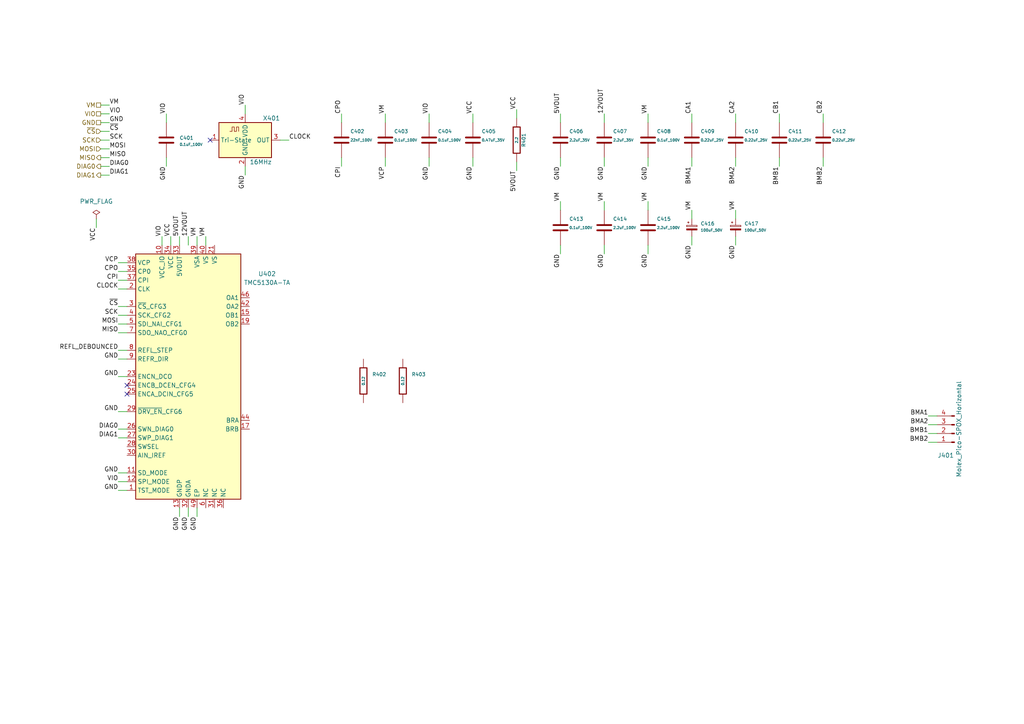
<source format=kicad_sch>
(kicad_sch (version 20230121) (generator eeschema)
  (paper "A4")
  (title_block (title "tmc5130-uart") (date "2024-07-02") (rev "1.0") (company "Howard Hughes Medical Institute"))
  (lib_symbols
    (symbol "Janelia:CP_100uF_50V_6.3x8.3mm_Hybrid_Antivib" (pin_numbers hide) (pin_names (offset 0.254) hide)
      (property "Reference" "C" (at 0.254 1.778 0))
      (property "Value" "100uF_50V" (at 0 0 0))
      (symbol "CP_100uF_50V_6.3x8.3mm_Hybrid_Antivib_0_1"
        (rectangle (start -1.524 -0.3048) (end 1.524 -0.6858) (fill (type outline)))
        (rectangle (start -1.524 0.6858) (end 1.524 0.3048))
        (polyline (pts (xy -1.27 1.524) (xy -0.762 1.524)))
        (polyline (pts (xy -1.016 1.27) (xy -1.016 1.778)))
      )
      (symbol "CP_100uF_50V_6.3x8.3mm_Hybrid_Antivib_1_1"
        (pin passive line (at 0 2.54 270) (length 1.8542) (name "~") (number "1"))
        (pin passive line (at 0 -2.54 90) (length 1.8542) (name "~") (number "2"))
      )
    )
    (symbol "Janelia:C_0.1uF_100V_0402" (pin_numbers hide) (pin_names (offset 0.254))
      (property "Reference" "C" (at 0 2.54 0))
      (property "Value" "0.1uF_100V" (at 0 0 0))
      (symbol "C_0.1uF_100V_0402_0_1"
        (polyline (pts (xy -2.032 -0.762) (xy 2.032 -0.762)) (stroke (width 0.508)))
        (polyline (pts (xy -2.032 0.762) (xy 2.032 0.762)) (stroke (width 0.508)))
      )
      (symbol "C_0.1uF_100V_0402_1_1"
        (pin passive line (at 0 5.08 270) (length 4.318) (name "~") (number "1"))
        (pin passive line (at 0 -5.08 90) (length 4.318) (name "~") (number "2"))
      )
    )
    (symbol "Janelia:C_0.22uF_25V_0402" (pin_numbers hide) (pin_names (offset 0.254))
      (property "Reference" "C" (at 0 2.54 0))
      (property "Value" "0.22uF_25V" (at 0 0 0))
      (symbol "C_0.22uF_25V_0402_0_1"
        (polyline (pts (xy -2.032 -0.762) (xy 2.032 -0.762)) (stroke (width 0.508)))
        (polyline (pts (xy -2.032 0.762) (xy 2.032 0.762)) (stroke (width 0.508)))
      )
      (symbol "C_0.22uF_25V_0402_1_1"
        (pin passive line (at 0 5.08 270) (length 4.318) (name "~") (number "1"))
        (pin passive line (at 0 -5.08 90) (length 4.318) (name "~") (number "2"))
      )
    )
    (symbol "Janelia:C_0.47uF_35V_0402" (pin_numbers hide) (pin_names (offset 0.254))
      (property "Reference" "C" (at 0 2.54 0))
      (property "Value" "0.47uF_35V" (at 0 0 0))
      (symbol "C_0.47uF_35V_0402_0_1"
        (polyline (pts (xy -2.032 -0.762) (xy 2.032 -0.762)) (stroke (width 0.508)))
        (polyline (pts (xy -2.032 0.762) (xy 2.032 0.762)) (stroke (width 0.508)))
      )
      (symbol "C_0.47uF_35V_0402_1_1"
        (pin passive line (at 0 5.08 270) (length 4.318) (name "~") (number "1"))
        (pin passive line (at 0 -5.08 90) (length 4.318) (name "~") (number "2"))
      )
    )
    (symbol "Janelia:C_2.2uF_100V_0805" (pin_numbers hide) (pin_names (offset 0.254))
      (property "Reference" "C" (at 0 2.54 0))
      (property "Value" "2.2uF_100V" (at 0 0 0))
      (symbol "C_2.2uF_100V_0805_0_1"
        (polyline (pts (xy -2.032 -0.762) (xy 2.032 -0.762)) (stroke (width 0.508)))
        (polyline (pts (xy -2.032 0.762) (xy 2.032 0.762)) (stroke (width 0.508)))
      )
      (symbol "C_2.2uF_100V_0805_1_1"
        (pin passive line (at 0 5.08 270) (length 4.318) (name "~") (number "1"))
        (pin passive line (at 0 -5.08 90) (length 4.318) (name "~") (number "2"))
      )
    )
    (symbol "Janelia:C_2.2uF_35V_0402" (pin_numbers hide) (pin_names (offset 0.254))
      (property "Reference" "C" (at 0 2.54 0))
      (property "Value" "2.2uF_35V" (at 0 0 0))
      (symbol "C_2.2uF_35V_0402_0_1"
        (polyline (pts (xy -2.032 -0.762) (xy 2.032 -0.762)) (stroke (width 0.508)))
        (polyline (pts (xy -2.032 0.762) (xy 2.032 0.762)) (stroke (width 0.508)))
      )
      (symbol "C_2.2uF_35V_0402_1_1"
        (pin passive line (at 0 5.08 270) (length 4.318) (name "~") (number "1"))
        (pin passive line (at 0 -5.08 90) (length 4.318) (name "~") (number "2"))
      )
    )
    (symbol "Janelia:C_22nF_100V_0603" (pin_numbers hide) (pin_names (offset 0.254))
      (property "Reference" "C" (at 0 2.54 0))
      (property "Value" "22nF_100V" (at 0 0 0))
      (symbol "C_22nF_100V_0603_0_1"
        (polyline (pts (xy -2.032 -0.762) (xy 2.032 -0.762)) (stroke (width 0.508)))
        (polyline (pts (xy -2.032 0.762) (xy 2.032 0.762)) (stroke (width 0.508)))
      )
      (symbol "C_22nF_100V_0603_1_1"
        (pin passive line (at 0 5.08 270) (length 4.318) (name "~") (number "1"))
        (pin passive line (at 0 -5.08 90) (length 4.318) (name "~") (number "2"))
      )
    )
    (symbol "Janelia:Conn_01x04_P1.5mm_Molex_Pico-SPOX-87438_Horizontal" (pin_names (offset 1.016) hide)
      (property "Reference" "J" (at 2.54 6.35 0))
      (property "Value" "Molex_Pico-SPOX_Horizontal" (at -1.27 -1.27 90))
      (symbol "Conn_01x04_P1.5mm_Molex_Pico-SPOX-87438_Horizontal_1_1"
        (polyline (pts (xy 1.27 -5.08) (xy 0.8636 -5.08)) (stroke (width 0.1524)))
        (polyline (pts (xy 1.27 -2.54) (xy 0.8636 -2.54)) (stroke (width 0.1524)))
        (polyline (pts (xy 1.27 0) (xy 0.8636 0)) (stroke (width 0.1524)))
        (polyline (pts (xy 1.27 2.54) (xy 0.8636 2.54)) (stroke (width 0.1524)))
        (rectangle (start 0.8636 -4.953) (end 0 -5.207) (stroke (width 0.1524)) (fill (type outline)))
        (rectangle (start 0.8636 -2.413) (end 0 -2.667) (stroke (width 0.1524)) (fill (type outline)))
        (rectangle (start 0.8636 0.127) (end 0 -0.127) (stroke (width 0.1524)) (fill (type outline)))
        (rectangle (start 0.8636 2.667) (end 0 2.413) (stroke (width 0.1524)) (fill (type outline)))
        (pin passive line (at 5.08 2.54 180) (length 3.81) (name "Pin_1") (number "1"))
        (pin passive line (at 5.08 0 180) (length 3.81) (name "Pin_2") (number "2"))
        (pin passive line (at 5.08 -2.54 180) (length 3.81) (name "Pin_3") (number "3"))
        (pin passive line (at 5.08 -5.08 180) (length 3.81) (name "Pin_4") (number "4"))
      )
    )
    (symbol "Janelia:Oscillator_16MHz_ECS-2520S33"
      (property "Reference" "X" (at -5.08 6.35 0))
      (property "Value" "16MHz" (at 1.27 -6.35 0))
      (symbol "Oscillator_16MHz_ECS-2520S33_0_1"
        (rectangle (start -7.62 5.08) (end 7.62 -5.08) (stroke (width 0.254)) (fill (type background)))
        (polyline (pts (xy -4.445 2.54) (xy -3.81 2.54) (xy -3.81 3.81) (xy -3.175 3.81) (xy -3.175 2.54) (xy -2.54 2.54) (xy -2.54 3.81) (xy -1.905 3.81) (xy -1.905 2.54)))
      )
      (symbol "Oscillator_16MHz_ECS-2520S33_1_1"
        (pin input line (at -10.16 0 0) (length 2.54) (name "Tri-State") (number "1"))
        (pin power_in line (at 0 -7.62 90) (length 2.54) (name "GND") (number "2"))
        (pin output line (at 10.16 0 180) (length 2.54) (name "OUT") (number "3"))
        (pin power_in line (at 0 7.62 270) (length 2.54) (name "VDD") (number "4"))
      )
    )
    (symbol "Janelia:R_0.12_750mW_1206_CS" (pin_numbers hide) (pin_names (offset 0))
      (property "Reference" "R" (at 2.032 0 90))
      (property "Value" "0.12" (at 0 0 90))
      (symbol "R_0.12_750mW_1206_CS_0_1"
        (rectangle (start -1.016 3.81) (end 1.016 -3.81) (stroke (width 0.3048)))
      )
      (symbol "R_0.12_750mW_1206_CS_1_1"
        (pin passive line (at 0 6.35 270) (length 2.54) (name "~") (number "1"))
        (pin passive line (at 0 -6.35 90) (length 2.54) (name "~") (number "2"))
      )
    )
    (symbol "Janelia:R_2.2_0402" (pin_numbers hide) (pin_names (offset 0))
      (property "Reference" "R" (at 2.032 0 90))
      (property "Value" "2.2" (at 0 0 90))
      (symbol "R_2.2_0402_0_1"
        (rectangle (start -1.016 3.81) (end 1.016 -3.81) (stroke (width 0.3048)))
      )
      (symbol "R_2.2_0402_1_1"
        (pin passive line (at 0 6.35 270) (length 2.54) (name "~") (number "1"))
        (pin passive line (at 0 -6.35 90) (length 2.54) (name "~") (number "2"))
      )
    )
    (symbol "Janelia:TMC5130A-TA"
      (property "Reference" "U" (at -11.43 38.1 0))
      (property "Value" "TMC5130A-TA" (at 11.43 38.1 0))
      (symbol "TMC5130A-TA_0_1"
        (rectangle (start -15.24 35.56) (end 15.24 -35.56) (stroke (width 0.254)) (fill (type background)))
      )
      (symbol "TMC5130A-TA_1_1"
        (pin input line (at -17.78 -33.02 0) (length 2.54) (name "TST_MODE") (number "1"))
        (pin power_in line (at -7.62 38.1 270) (length 2.54) (name "VCC_IO") (number "10"))
        (pin input line (at -17.78 -27.94 0) (length 2.54) (name "SD_MODE") (number "11"))
        (pin input line (at -17.78 -30.48 0) (length 2.54) (name "SPI_MODE") (number "12"))
        (pin power_in line (at -2.54 -38.1 90) (length 2.54) (name "GNDP") (number "13"))
        (pin no_connect line (at 15.24 12.7 180) (length 2.54) hide (name "DNC") (number "14"))
        (pin output line (at 17.78 17.78 180) (length 2.54) (name "OB1") (number "15"))
        (pin no_connect line (at 15.24 10.16 180) (length 2.54) hide (name "DNC") (number "16"))
        (pin passive line (at 17.78 -15.24 180) (length 2.54) (name "BRB") (number "17"))
        (pin no_connect line (at 15.24 7.62 180) (length 2.54) hide (name "DNC") (number "18"))
        (pin output line (at 17.78 15.24 180) (length 2.54) (name "OB2") (number "19"))
        (pin input line (at -17.78 25.4 0) (length 2.54) (name "CLK") (number "2"))
        (pin no_connect line (at 15.24 5.08 180) (length 2.54) hide (name "DNC") (number "20"))
        (pin power_in line (at 7.62 38.1 270) (length 2.54) (name "VS") (number "21"))
        (pin no_connect line (at 15.24 2.54 180) (length 2.54) hide (name "DNC") (number "22"))
        (pin bidirectional line (at -17.78 0 0) (length 2.54) (name "ENCN_DCO") (number "23"))
        (pin input line (at -17.78 -2.54 0) (length 2.54) (name "ENCB_DCEN_CFG4") (number "24"))
        (pin input line (at -17.78 -5.08 0) (length 2.54) (name "ENCA_DCIN_CFG5") (number "25"))
        (pin bidirectional line (at -17.78 -15.24 0) (length 2.54) (name "SWN_DIAG0") (number "26"))
        (pin bidirectional line (at -17.78 -17.78 0) (length 2.54) (name "SWP_DIAG1") (number "27"))
        (pin input line (at -17.78 -20.32 0) (length 2.54) (name "SWSEL") (number "28"))
        (pin input line (at -17.78 -10.16 0) (length 2.54) (name "~{DRV_EN}_CFG6") (number "29"))
        (pin input line (at -17.78 20.32 0) (length 2.54) (name "~{CS}_CFG3") (number "3"))
        (pin input line (at -17.78 -22.86 0) (length 2.54) (name "AIN_IREF") (number "30"))
        (pin passive line (at 7.62 -38.1 90) (length 2.54) (name "NC") (number "31"))
        (pin power_in line (at 0 -38.1 90) (length 2.54) (name "GNDA") (number "32"))
        (pin power_out line (at -2.54 38.1 270) (length 2.54) (name "5VOUT") (number "33"))
        (pin power_in line (at -5.08 38.1 270) (length 2.54) (name "VCC") (number "34"))
        (pin passive line (at -17.78 30.48 0) (length 2.54) (name "CP0") (number "35"))
        (pin passive line (at 10.16 -38.1 90) (length 2.54) (name "NC") (number "36"))
        (pin passive line (at -17.78 27.94 0) (length 2.54) (name "CPI") (number "37"))
        (pin passive line (at -17.78 33.02 0) (length 2.54) (name "VCP") (number "38"))
        (pin power_in line (at 2.54 38.1 270) (length 2.54) (name "VSA") (number "39"))
        (pin input line (at -17.78 17.78 0) (length 2.54) (name "SCK_CFG2") (number "4"))
        (pin power_in line (at 5.08 38.1 270) (length 2.54) (name "VS") (number "40"))
        (pin no_connect line (at 15.24 33.02 180) (length 2.54) hide (name "DNC") (number "41"))
        (pin output line (at 17.78 20.32 180) (length 2.54) (name "OA2") (number "42"))
        (pin no_connect line (at 15.24 30.48 180) (length 2.54) hide (name "DNC") (number "43"))
        (pin passive line (at 17.78 -12.7 180) (length 2.54) (name "BRA") (number "44"))
        (pin no_connect line (at 15.24 27.94 180) (length 2.54) hide (name "DNC") (number "45"))
        (pin output line (at 17.78 22.86 180) (length 2.54) (name "OA1") (number "46"))
        (pin no_connect line (at 15.24 25.4 180) (length 2.54) hide (name "DNC") (number "47"))
        (pin passive line (at -2.54 -38.1 90) (length 2.54) hide (name "GNDP") (number "48"))
        (pin power_in line (at 2.54 -38.1 90) (length 2.54) (name "EP") (number "49"))
        (pin input line (at -17.78 15.24 0) (length 2.54) (name "SDI_NAI_CFG1") (number "5"))
        (pin passive line (at 5.08 -38.1 90) (length 2.54) (name "NC") (number "6"))
        (pin bidirectional line (at -17.78 12.7 0) (length 2.54) (name "SDO_NAO_CFG0") (number "7"))
        (pin input line (at -17.78 7.62 0) (length 2.54) (name "REFL_STEP") (number "8"))
        (pin input line (at -17.78 5.08 0) (length 2.54) (name "REFR_DIR") (number "9"))
      )
    )
    (symbol "power:PWR_FLAG" (power) (pin_numbers hide) (pin_names (offset 0) hide)
      (property "Value" "PWR_FLAG" (at 0 3.81 0))
      (symbol "PWR_FLAG_0_0"
        (pin power_out line (at 0 0 90) (length 0) (name "pwr") (number "1"))
      )
      (symbol "PWR_FLAG_0_1"
        (polyline (pts (xy 0 0) (xy 0 1.27) (xy -1.016 1.905) (xy 0 2.54) (xy 1.016 1.905) (xy 0 1.27)))
      )
    )
  )
  (no_connect (at 36.83 114.3))
  (no_connect (at 60.96 40.64))
  (no_connect (at 36.83 111.76))
  (wire (pts (xy 59.69 71.12) (xy 59.69 68.58)))
  (wire (pts (xy 175.26 60.96) (xy 175.26 58.42)))
  (wire (pts (xy 54.61 147.32) (xy 54.61 149.86)))
  (wire (pts (xy 111.76 35.56) (xy 111.76 33.02)))
  (wire (pts (xy 29.21 35.56) (xy 31.75 35.56)))
  (wire (pts (xy 29.21 50.8) (xy 31.75 50.8)))
  (wire (pts (xy 36.83 109.22) (xy 34.29 109.22)))
  (wire (pts (xy 187.96 71.12) (xy 187.96 73.66)))
  (wire (pts (xy 124.46 35.56) (xy 124.46 33.02)))
  (wire (pts (xy 269.24 123.19) (xy 271.78 123.19)))
  (wire (pts (xy 27.94 63.5) (xy 27.94 66.04)))
  (wire (pts (xy 175.26 45.72) (xy 175.26 48.26)))
  (wire (pts (xy 29.21 48.26) (xy 31.75 48.26)))
  (wire (pts (xy 162.56 35.56) (xy 162.56 33.02)))
  (wire (pts (xy 29.21 43.18) (xy 31.75 43.18)))
  (wire (pts (xy 36.83 81.28) (xy 34.29 81.28)))
  (wire (pts (xy 52.07 147.32) (xy 52.07 149.86)))
  (wire (pts (xy 36.83 83.82) (xy 34.29 83.82)))
  (wire (pts (xy 162.56 45.72) (xy 162.56 48.26)))
  (wire (pts (xy 46.99 71.12) (xy 46.99 68.58)))
  (wire (pts (xy 54.61 71.12) (xy 54.61 68.58)))
  (wire (pts (xy 36.83 142.24) (xy 34.29 142.24)))
  (wire (pts (xy 29.21 38.1) (xy 31.75 38.1)))
  (wire (pts (xy 71.12 33.02) (xy 71.12 30.48)))
  (wire (pts (xy 36.83 104.14) (xy 34.29 104.14)))
  (wire (pts (xy 36.83 137.16) (xy 34.29 137.16)))
  (wire (pts (xy 81.28 40.64) (xy 83.82 40.64)))
  (wire (pts (xy 48.26 35.56) (xy 48.26 33.02)))
  (wire (pts (xy 213.36 63.5) (xy 213.36 60.96)))
  (wire (pts (xy 71.12 48.26) (xy 71.12 50.8)))
  (wire (pts (xy 99.06 35.56) (xy 99.06 33.02)))
  (wire (pts (xy 36.83 124.46) (xy 34.29 124.46)))
  (wire (pts (xy 213.36 35.56) (xy 213.36 33.02)))
  (wire (pts (xy 36.83 119.38) (xy 34.29 119.38)))
  (wire (pts (xy 162.56 60.96) (xy 162.56 58.42)))
  (wire (pts (xy 36.83 76.2) (xy 34.29 76.2)))
  (wire (pts (xy 29.21 45.72) (xy 31.75 45.72)))
  (wire (pts (xy 200.66 68.58) (xy 200.66 71.12)))
  (wire (pts (xy 99.06 45.72) (xy 99.06 48.26)))
  (wire (pts (xy 162.56 71.12) (xy 162.56 73.66)))
  (wire (pts (xy 57.15 71.12) (xy 57.15 68.58)))
  (wire (pts (xy 57.15 147.32) (xy 57.15 149.86)))
  (wire (pts (xy 36.83 93.98) (xy 34.29 93.98)))
  (wire (pts (xy 226.06 35.56) (xy 226.06 33.02)))
  (wire (pts (xy 29.21 30.48) (xy 31.75 30.48)))
  (wire (pts (xy 213.36 68.58) (xy 213.36 71.12)))
  (wire (pts (xy 175.26 71.12) (xy 175.26 73.66)))
  (wire (pts (xy 149.86 34.29) (xy 149.86 31.75)))
  (wire (pts (xy 226.06 48.26) (xy 226.06 45.72)))
  (wire (pts (xy 238.76 48.26) (xy 238.76 45.72)))
  (wire (pts (xy 149.86 46.99) (xy 149.86 49.53)))
  (wire (pts (xy 36.83 101.6) (xy 34.29 101.6)))
  (wire (pts (xy 36.83 91.44) (xy 34.29 91.44)))
  (wire (pts (xy 200.66 63.5) (xy 200.66 60.96)))
  (wire (pts (xy 175.26 35.56) (xy 175.26 33.02)))
  (wire (pts (xy 36.83 78.74) (xy 34.29 78.74)))
  (wire (pts (xy 48.26 45.72) (xy 48.26 48.26)))
  (wire (pts (xy 36.83 88.9) (xy 34.29 88.9)))
  (wire (pts (xy 36.83 139.7) (xy 34.29 139.7)))
  (wire (pts (xy 269.24 120.65) (xy 271.78 120.65)))
  (wire (pts (xy 187.96 35.56) (xy 187.96 33.02)))
  (wire (pts (xy 36.83 96.52) (xy 34.29 96.52)))
  (wire (pts (xy 187.96 45.72) (xy 187.96 48.26)))
  (wire (pts (xy 111.76 45.72) (xy 111.76 48.26)))
  (wire (pts (xy 124.46 45.72) (xy 124.46 48.26)))
  (wire (pts (xy 137.16 45.72) (xy 137.16 48.26)))
  (wire (pts (xy 137.16 35.56) (xy 137.16 33.02)))
  (wire (pts (xy 29.21 40.64) (xy 31.75 40.64)))
  (wire (pts (xy 269.24 128.27) (xy 271.78 128.27)))
  (wire (pts (xy 200.66 48.26) (xy 200.66 45.72)))
  (wire (pts (xy 52.07 71.12) (xy 52.07 68.58)))
  (wire (pts (xy 187.96 60.96) (xy 187.96 58.42)))
  (wire (pts (xy 29.21 33.02) (xy 31.75 33.02)))
  (wire (pts (xy 49.53 71.12) (xy 49.53 68.58)))
  (wire (pts (xy 213.36 48.26) (xy 213.36 45.72)))
  (wire (pts (xy 238.76 35.56) (xy 238.76 33.02)))
  (wire (pts (xy 200.66 35.56) (xy 200.66 33.02)))
  (wire (pts (xy 269.24 125.73) (xy 271.78 125.73)))
  (wire (pts (xy 36.83 127) (xy 34.29 127)))
  (label "VIO" (at 71.12 30.48 90))
  (label "BMB1" (at 226.06 48.26 270))
  (label "SCK" (at 34.29 91.44 180))
  (label "GND" (at 213.36 71.12 270))
  (label "VM" (at 59.69 68.58 90))
  (label "VIO" (at 48.26 33.02 90))
  (label "VM" (at 213.36 60.96 90))
  (label "GND" (at 200.66 71.12 270))
  (label "BMA1" (at 200.66 48.26 270))
  (label "GND" (at 34.29 104.14 180))
  (label "GND" (at 34.29 137.16 180))
  (label "CB2" (at 238.76 33.02 90))
  (label "BMA1" (at 269.24 120.65 180))
  (label "VCC" (at 137.16 33.02 90))
  (label "CB1" (at 226.06 33.02 90))
  (label "VIO" (at 31.75 33.02 0))
  (label "VCC" (at 149.86 31.75 90))
  (label "VM" (at 200.66 60.96 90))
  (label "GND" (at 34.29 142.24 180))
  (label "GND" (at 175.26 73.66 270))
  (label "GND" (at 187.96 73.66 270))
  (label "MOSI" (at 34.29 93.98 180))
  (label "BMA2" (at 213.36 48.26 270))
  (label "DIAG1" (at 34.29 127 180))
  (label "GND" (at 34.29 119.38 180))
  (label "MISO" (at 34.29 96.52 180))
  (label "VM" (at 57.15 68.58 90))
  (label "~{CS}" (at 34.29 88.9 180))
  (label "REFL_DEBOUNCED" (at 34.29 101.6 180))
  (label "5VOUT" (at 149.86 49.53 270))
  (label "GND" (at 34.29 109.22 180))
  (label "CA2" (at 213.36 33.02 90))
  (label "MISO" (at 31.75 45.72 0))
  (label "CPI" (at 99.06 48.26 270))
  (label "BMB2" (at 238.76 48.26 270))
  (label "VM" (at 31.75 30.48 0))
  (label "GND" (at 175.26 48.26 270))
  (label "GND" (at 54.61 149.86 270))
  (label "GND" (at 187.96 48.26 270))
  (label "12VOUT" (at 175.26 33.02 90))
  (label "MOSI" (at 31.75 43.18 0))
  (label "BMA2" (at 269.24 123.19 180))
  (label "GND" (at 162.56 73.66 270))
  (label "GND" (at 162.56 48.26 270))
  (label "BMB1" (at 269.24 125.73 180))
  (label "DIAG1" (at 31.75 50.8 0))
  (label "DIAG0" (at 34.29 124.46 180))
  (label "GND" (at 48.26 48.26 270))
  (label "GND" (at 71.12 50.8 270))
  (label "DIAG0" (at 31.75 48.26 0))
  (label "VIO" (at 124.46 33.02 90))
  (label "VCC" (at 49.53 68.58 90))
  (label "VM" (at 162.56 58.42 90))
  (label "VM" (at 187.96 58.42 90))
  (label "VM" (at 111.76 33.02 90))
  (label "VIO" (at 34.29 139.7 180))
  (label "CPO" (at 99.06 33.02 90))
  (label "~{CS}" (at 31.75 38.1 0))
  (label "VCC" (at 27.94 66.04 270))
  (label "VM" (at 175.26 58.42 90))
  (label "GND" (at 57.15 149.86 270))
  (label "GND" (at 31.75 35.56 0))
  (label "SCK" (at 31.75 40.64 0))
  (label "CA1" (at 200.66 33.02 90))
  (label "CPO" (at 34.29 78.74 180))
  (label "12VOUT" (at 54.61 68.58 90))
  (label "GND" (at 124.46 48.26 270))
  (label "CLOCK" (at 34.29 83.82 180))
  (label "5VOUT" (at 52.07 68.58 90))
  (label "CLOCK" (at 83.82 40.64 0))
  (label "GND" (at 137.16 48.26 270))
  (label "VIO" (at 46.99 68.58 90))
  (label "VCP" (at 111.76 48.26 270))
  (label "BMB2" (at 269.24 128.27 180))
  (label "VCP" (at 34.29 76.2 180))
  (label "VM" (at 187.96 33.02 90))
  (label "GND" (at 52.07 149.86 270))
  (label "CPI" (at 34.29 81.28 180))
  (label "5VOUT" (at 162.56 33.02 90))
  (hierarchical_label "DIAG0" (shape output) (at 29.21 48.26 180))
  (hierarchical_label "VIO" (shape passive) (at 29.21 33.02 180))
  (hierarchical_label "DIAG1" (shape output) (at 29.21 50.8 180))
  (hierarchical_label "VM" (shape passive) (at 29.21 30.48 180))
  (hierarchical_label "MISO" (shape output) (at 29.21 45.72 180))
  (hierarchical_label "MOSI" (shape input) (at 29.21 43.18 180))
  (hierarchical_label "GND" (shape passive) (at 29.21 35.56 180))
  (hierarchical_label "~{CS}" (shape input) (at 29.21 38.1 180))
  (hierarchical_label "SCK" (shape input) (at 29.21 40.64 180))
  (symbol (lib_id "Janelia:C_0.22uF_25V_0402") (at 226.06 40.64 0) (unit 1)
    (property "Reference" "C411" (at 228.6 38.1 0) (effects (font (size 1.016 1.016)) (justify left)))
    (property "Value" "0.22uF_25V" (at 228.6 40.64 0) (effects (font (size 0.762 0.762)) (justify left)))
    (property "Footprint" "Janelia:C_0402_1005Metric" (effects hide))
    (property "Vendor" "Digi-Key" (effects hide))
    (property "Vendor Part Number" "490-12245-1-ND" (effects hide))
    (property "Manufacturer" "Murata Electronics" (effects hide))
    (property "Manufacturer Part Number" "GRT155C81E224KE01D" (effects hide))
    (property "Package" "0402" (effects hide))
    (property "Synopsis" "CAP CER 0.22UF 25V X6S" (effects hide))
    (property "LCSC" "C126623" (effects hide))
  )
  (symbol (lib_id "Janelia:C_0.1uF_100V_0402") (at 187.96 40.64 0) (unit 1)
    (property "Reference" "C408" (at 190.5 38.1 0) (effects (font (size 1.016 1.016)) (justify left)))
    (property "Value" "0.1uF_100V" (at 190.5 40.64 0) (effects (font (size 0.762 0.762)) (justify left)))
    (property "Footprint" "Janelia:C_0402_1005Metric" (effects hide))
    (property "Vendor" "Digi-Key" (effects hide))
    (property "Vendor Part Number" "490-10458-1-ND" (effects hide))
    (property "Manufacturer" "Murata Electronics" (effects hide))
    (property "Manufacturer Part Number" "GRM155R62A104KE14D" (effects hide))
    (property "Package" "0402" (effects hide))
    (property "Synopsis" "CAP CER 0.1UF 100V X5R" (effects hide))
    (property "LCSC" "C162178" (effects hide))
  )
  (symbol (lib_id "Janelia:C_0.22uF_25V_0402") (at 200.66 40.64 0) (unit 1)
    (property "Reference" "C409" (at 203.2 38.1 0) (effects (font (size 1.016 1.016)) (justify left)))
    (property "Value" "0.22uF_25V" (at 203.2 40.64 0) (effects (font (size 0.762 0.762)) (justify left)))
    (property "Footprint" "Janelia:C_0402_1005Metric" (effects hide))
    (property "Vendor" "Digi-Key" (effects hide))
    (property "Vendor Part Number" "490-12245-1-ND" (effects hide))
    (property "Manufacturer" "Murata Electronics" (effects hide))
    (property "Manufacturer Part Number" "GRT155C81E224KE01D" (effects hide))
    (property "Package" "0402" (effects hide))
    (property "Synopsis" "CAP CER 0.22UF 25V X6S" (effects hide))
    (property "LCSC" "C126623" (effects hide))
  )
  (symbol (lib_id "Janelia:C_2.2uF_35V_0402") (at 162.56 40.64 0) (unit 1)
    (property "Reference" "C406" (at 165.1 38.1 0) (effects (font (size 1.016 1.016)) (justify left)))
    (property "Value" "2.2uF_35V" (at 165.1 40.64 0) (effects (font (size 0.762 0.762)) (justify left)))
    (property "Footprint" "Janelia:C_0402_1005Metric" (effects hide))
    (property "Vendor" "Digi-Key" (effects hide))
    (property "Vendor Part Number" "445-9028-1-ND" (effects hide))
    (property "Package" "0402" (effects hide))
    (property "Manufacturer" "TDK Corporation" (effects hide))
    (property "Manufacturer Part Number" "C1005X5R1V225K050BC" (effects hide))
    (property "Synopsis" "CAP CER 2.2UF 35V X5R" (effects hide))
    (property "LCSC" "C2167643" (effects hide))
  )
  (symbol (lib_id "Janelia:Conn_01x04_P1.5mm_Molex_Pico-SPOX-87438_Horizontal") (at 276.86 125.73 180) (unit 1)
    (property "Reference" "J401" (at 274.32 132.08 0))
    (property "Value" "Molex_Pico-SPOX_Horizontal" (at 278.13 124.46 90))
    (property "Footprint" "Janelia:Molex_Pico-SPOX-87438_1x04-P1.5mm_Horizontal" (effects hide))
    (property "Manufacturer" "Molex" (effects hide))
    (property "Manufacturer Part Number" "0874380443" (effects hide))
    (property "Vendor" "Digi-Key" (effects hide))
    (property "Vendor Part Number" "WM7648CT-ND" (effects hide))
    (property "Synopsis" "CONN HEADER SMD R/A 4POS 1.5MM" (effects hide))
    (property "LCSC" "C564208" (effects hide))
    (property "Package" "SMD" (effects hide))
  )
  (symbol (lib_id "Janelia:R_0.12_750mW_1206_CS") (at 105.41 110.49 0) (unit 1)
    (property "Reference" "R402" (at 107.95 108.585 0) (effects (font (size 1.016 1.016)) (justify left)))
    (property "Value" "0.12" (at 105.41 110.49 90) (effects (font (size 0.762 0.762))))
    (property "Footprint" "Janelia:R_1206_3216Metric" (effects hide))
    (property "Vendor" "JLCPCB" (effects hide))
    (property "Vendor Part Number" "C2076122" (effects hide))
    (property "Synopsis" "0.12 750mW Current Sense Resistor" (effects hide))
    (property "Package" "1206" (effects hide))
    (property "Manufacturer" "SUSUMU" (effects hide))
    (property "Manufacturer Part Number" "KRL1632E-M-R120-F-T5" (effects hide))
    (property "LCSC" "C2076122" (effects hide))
  )
  (symbol (lib_id "Janelia:CP_100uF_50V_6.3x8.3mm_Hybrid_Antivib") (at 213.36 66.04 0) (unit 1)
    (property "Reference" "C417" (at 215.9 64.8589 0) (effects (font (size 1.016 1.016)) (justify left)))
    (property "Value" "100uF_50V" (at 215.9 66.7638 0) (effects (font (size 0.762 0.762)) (justify left)))
    (property "Footprint" "Janelia:CAP_EEEFTH101XAV" (effects hide))
    (property "Vendor" "Digi-Key" (effects hide))
    (property "Vendor Part Number" "P124834CT-ND" (effects hide))
    (property "Synopsis" "CAP ALUM 100UF 20% 50V SMD" (effects hide))
    (property "Manufacturer" "Panasonic Electronic Components" (effects hide))
    (property "Manufacturer Part Number" "EEE-FTH101XAV" (effects hide))
    (property "LCSC" "C6942344" (effects hide))
    (property "Package" "SMD_D10xL16.8mm" (effects hide))
  )
  (symbol (lib_id "Janelia:C_0.1uF_100V_0402") (at 48.26 40.64 0) (unit 1)
    (property "Reference" "C401" (at 52.07 40.005 0) (effects (font (size 1.016 1.016)) (justify left)))
    (property "Value" "0.1uF_100V" (at 52.07 41.9099 0) (effects (font (size 0.762 0.762)) (justify left)))
    (property "Footprint" "Janelia:C_0402_1005Metric" (effects hide))
    (property "Vendor" "Digi-Key" (effects hide))
    (property "Vendor Part Number" "490-10458-1-ND" (effects hide))
    (property "Manufacturer" "Murata Electronics" (effects hide))
    (property "Manufacturer Part Number" "GRM155R62A104KE14D" (effects hide))
    (property "Package" "0402" (effects hide))
    (property "Synopsis" "CAP CER 0.1UF 100V X5R" (effects hide))
    (property "LCSC" "C162178" (effects hide))
  )
  (symbol (lib_id "Janelia:CP_100uF_50V_6.3x8.3mm_Hybrid_Antivib") (at 200.66 66.04 0) (unit 1)
    (property "Reference" "C416" (at 203.2 64.8589 0) (effects (font (size 1.016 1.016)) (justify left)))
    (property "Value" "100uF_50V" (at 203.2 66.7638 0) (effects (font (size 0.762 0.762)) (justify left)))
    (property "Footprint" "Janelia:CAP_EEEFTH101XAV" (effects hide))
    (property "Vendor" "Digi-Key" (effects hide))
    (property "Vendor Part Number" "P124834CT-ND" (effects hide))
    (property "Synopsis" "CAP ALUM 100UF 20% 50V SMD" (effects hide))
    (property "Manufacturer" "Panasonic Electronic Components" (effects hide))
    (property "Manufacturer Part Number" "EEE-FTH101XAV" (effects hide))
    (property "LCSC" "C6942344" (effects hide))
    (property "Package" "SMD_D10xL16.8mm" (effects hide))
  )
  (symbol (lib_id "Janelia:C_0.22uF_25V_0402") (at 213.36 40.64 0) (unit 1)
    (property "Reference" "C410" (at 215.9 38.1 0) (effects (font (size 1.016 1.016)) (justify left)))
    (property "Value" "0.22uF_25V" (at 215.9 40.64 0) (effects (font (size 0.762 0.762)) (justify left)))
    (property "Footprint" "Janelia:C_0402_1005Metric" (effects hide))
    (property "Vendor" "Digi-Key" (effects hide))
    (property "Vendor Part Number" "490-12245-1-ND" (effects hide))
    (property "Manufacturer" "Murata Electronics" (effects hide))
    (property "Manufacturer Part Number" "GRT155C81E224KE01D" (effects hide))
    (property "Package" "0402" (effects hide))
    (property "Synopsis" "CAP CER 0.22UF 25V X6S" (effects hide))
    (property "LCSC" "C126623" (effects hide))
  )
  (symbol (lib_id "Janelia:C_0.1uF_100V_0402") (at 162.56 66.04 0) (unit 1)
    (property "Reference" "C413" (at 165.1 63.5 0) (effects (font (size 1.016 1.016)) (justify left)))
    (property "Value" "0.1uF_100V" (at 165.1 66.04 0) (effects (font (size 0.762 0.762)) (justify left)))
    (property "Footprint" "Janelia:C_0402_1005Metric" (effects hide))
    (property "Vendor" "Digi-Key" (effects hide))
    (property "Vendor Part Number" "490-10458-1-ND" (effects hide))
    (property "Manufacturer" "Murata Electronics" (effects hide))
    (property "Manufacturer Part Number" "GRM155R62A104KE14D" (effects hide))
    (property "Package" "0402" (effects hide))
    (property "Synopsis" "CAP CER 0.1UF 100V X5R" (effects hide))
    (property "LCSC" "C162178" (effects hide))
  )
  (symbol (lib_id "Janelia:C_22nF_100V_0603") (at 99.06 40.64 0) (unit 1)
    (property "Reference" "C402" (at 101.6 38.1 0) (effects (font (size 1.016 1.016)) (justify left)))
    (property "Value" "22nF_100V" (at 101.6 40.64 0) (effects (font (size 0.762 0.762)) (justify left)))
    (property "Footprint" "Janelia:C_0603_1608Metric" (effects hide))
    (property "Vendor" "Digi-Key" (effects hide))
    (property "Vendor Part Number" "490-4782-1-ND" (effects hide))
    (property "Manufacturer" "Murata Electronics" (effects hide))
    (property "Manufacturer Part Number" "GCM188R72A223KA37D" (effects hide))
    (property "Package" "0603" (effects hide))
    (property "Synopsis" "CAP CER 0.022UF 100V X7R" (effects hide))
    (property "LCSC" "C161234" (effects hide))
  )
  (symbol (lib_id "Janelia:C_2.2uF_100V_0805") (at 187.96 66.04 0) (unit 1)
    (property "Reference" "C415" (at 190.5 63.5 0) (effects (font (size 1.016 1.016)) (justify left)))
    (property "Value" "2.2uF_100V" (at 190.5 66.04 0) (effects (font (size 0.762 0.762)) (justify left)))
    (property "Footprint" "Janelia:C_0805_2012Metric" (effects hide))
    (property "Vendor" "Digi-Key" (effects hide))
    (property "Vendor Part Number" "490-GRM21BD72A225KE01LCT-ND" (effects hide))
    (property "Package" "0805" (effects hide))
    (property "Manufacturer" "Murata Electronics" (effects hide))
    (property "Manufacturer Part Number" "GRM21BD72A225KE01L" (effects hide))
    (property "Synopsis" "CAP CER 2.2UF 100V X7T 0805" (effects hide))
    (property "LCSC" "C2981733" (effects hide))
  )
  (symbol (lib_id "Janelia:TMC5130A-TA") (at 54.61 109.22 0) (unit 1)
    (property "Reference" "U402" (at 77.47 79.4319 0))
    (property "Value" "TMC5130A-TA" (at 77.47 81.9719 0))
    (property "Footprint" "Janelia:TQFP-48-1EP_7x7mm_P0.5mm_EP5x5mm_ThermalVias" (effects hide))
    (property "Datasheet" "https://www.analog.com/media/en/technical-documentation/data-sheets/TMC5130A_datasheet_rev1.20.pdf" (effects hide))
    (property "Synopsis" "IC MTR DRV BIPOLAR 5.5-46V" (effects hide))
    (property "Manufacturer" "Analog Devices Inc./Maxim Integrated" (effects hide))
    (property "Manufacturer Part Number" "TMC5130A-TA" (effects hide))
    (property "Vendor" "Digi-Key" (effects hide))
    (property "Vendor Part Number" "175-TMC5130A-TA-ND" (effects hide))
    (property "LCSC" "C188832" (effects hide))
    (property "Package" "TQFP-48-EP(7x7)" (effects hide))
  )
  (symbol (lib_id "power:PWR_FLAG") (at 27.94 63.5 0) (unit 1)
    (property "Reference" "#FLG0401" (effects hide))
    (property "Value" "PWR_FLAG" (at 27.94 58.42 0))
  )
  (symbol (lib_id "Janelia:Oscillator_16MHz_ECS-2520S33") (at 71.12 40.64 0) (unit 1)
    (property "Reference" "X401" (at 76.2 34.29 0) (effects (justify left)))
    (property "Value" "16MHz" (at 72.39 46.99 0) (effects (justify left)))
    (property "Footprint" "Janelia:OSC_ECS-2520S33-160-FN-TR" (effects hide))
    (property "Manufacturer" "ECS Inc." (effects hide))
    (property "Manufacturer Part Number" "ECS-2520S33-160-FN-TR" (effects hide))
    (property "Vendor" "Digi-Key" (effects hide))
    (property "Vendor Part Number" "XC2195CT-ND" (effects hide))
    (property "Synopsis" "XTAL OSC XO 16.0000MHZ HCMOS SMD" (effects hide))
    (property "LCSC" "C2451298" (effects hide))
    (property "Package" "SMD2520-4P" (effects hide))
  )
  (symbol (lib_id "Janelia:C_0.47uF_35V_0402") (at 137.16 40.64 0) (unit 1)
    (property "Reference" "C405" (at 139.7 38.1 0) (effects (font (size 1.016 1.016)) (justify left)))
    (property "Value" "0.47uF_35V" (at 139.7 40.64 0) (effects (font (size 0.762 0.762)) (justify left)))
    (property "Footprint" "Janelia:C_0402_1005Metric" (effects hide))
    (property "Vendor" "Digi-Key" (effects hide))
    (property "Vendor Part Number" "490-12273-1-ND" (effects hide))
    (property "Package" "0402" (effects hide))
    (property "Manufacturer" "Murata Electronics" (effects hide))
    (property "Manufacturer Part Number" "GRT155R6YA474KE01D" (effects hide))
    (property "Synopsis" "CAP CER 0.47UF 35V X5R" (effects hide))
    (property "LCSC" "C711580" (effects hide))
  )
  (symbol (lib_id "Janelia:C_0.22uF_25V_0402") (at 238.76 40.64 0) (unit 1)
    (property "Reference" "C412" (at 241.3 38.1 0) (effects (font (size 1.016 1.016)) (justify left)))
    (property "Value" "0.22uF_25V" (at 241.3 40.64 0) (effects (font (size 0.762 0.762)) (justify left)))
    (property "Footprint" "Janelia:C_0402_1005Metric" (effects hide))
    (property "Vendor" "Digi-Key" (effects hide))
    (property "Vendor Part Number" "490-12245-1-ND" (effects hide))
    (property "Manufacturer" "Murata Electronics" (effects hide))
    (property "Manufacturer Part Number" "GRT155C81E224KE01D" (effects hide))
    (property "Package" "0402" (effects hide))
    (property "Synopsis" "CAP CER 0.22UF 25V X6S" (effects hide))
    (property "LCSC" "C126623" (effects hide))
  )
  (symbol (lib_id "Janelia:R_2.2_0402") (at 149.86 40.64 0) (unit 1)
    (property "Reference" "R401" (at 151.892 40.64 90) (effects (font (size 1.016 1.016))))
    (property "Value" "2.2" (at 149.86 40.64 90) (effects (font (size 0.762 0.762))))
    (property "Footprint" "Janelia:R_0402_1005Metric" (effects hide))
    (property "Vendor" "Digi-Key" (effects hide))
    (property "Vendor Part Number" "P2.2JCT-ND" (effects hide))
    (property "Package" "0402" (effects hide))
    (property "Manufacturer" "Panasonic Electronic Components" (effects hide))
    (property "Manufacturer Part Number" "ERJ-2GEJ2R2X" (effects hide))
    (property "Synopsis" "RES SMD 2.2 OHM 5% 1/10W" (effects hide))
    (property "LCSC" "C412897" (effects hide))
  )
  (symbol (lib_id "Janelia:C_0.1uF_100V_0402") (at 124.46 40.64 0) (unit 1)
    (property "Reference" "C404" (at 127 38.1 0) (effects (font (size 1.016 1.016)) (justify left)))
    (property "Value" "0.1uF_100V" (at 127 40.64 0) (effects (font (size 0.762 0.762)) (justify left)))
    (property "Footprint" "Janelia:C_0402_1005Metric" (effects hide))
    (property "Vendor" "Digi-Key" (effects hide))
    (property "Vendor Part Number" "490-10458-1-ND" (effects hide))
    (property "Manufacturer" "Murata Electronics" (effects hide))
    (property "Manufacturer Part Number" "GRM155R62A104KE14D" (effects hide))
    (property "Package" "0402" (effects hide))
    (property "Synopsis" "CAP CER 0.1UF 100V X5R" (effects hide))
    (property "LCSC" "C162178" (effects hide))
  )
  (symbol (lib_id "Janelia:R_0.12_750mW_1206_CS") (at 116.84 110.49 0) (unit 1)
    (property "Reference" "R403" (at 119.38 108.585 0) (effects (font (size 1.016 1.016)) (justify left)))
    (property "Value" "0.12" (at 116.84 110.49 90) (effects (font (size 0.762 0.762))))
    (property "Footprint" "Janelia:R_1206_3216Metric" (effects hide))
    (property "Vendor" "JLCPCB" (effects hide))
    (property "Vendor Part Number" "C2076122" (effects hide))
    (property "Synopsis" "0.12 750mW Current Sense Resistor" (effects hide))
    (property "Package" "1206" (effects hide))
    (property "Manufacturer" "SUSUMU" (effects hide))
    (property "Manufacturer Part Number" "KRL1632E-M-R120-F-T5" (effects hide))
    (property "LCSC" "C2076122" (effects hide))
  )
  (symbol (lib_id "Janelia:C_2.2uF_35V_0402") (at 175.26 40.64 0) (unit 1)
    (property "Reference" "C407" (at 177.8 38.1 0) (effects (font (size 1.016 1.016)) (justify left)))
    (property "Value" "2.2uF_35V" (at 177.8 40.64 0) (effects (font (size 0.762 0.762)) (justify left)))
    (property "Footprint" "Janelia:C_0402_1005Metric" (effects hide))
    (property "Vendor" "Digi-Key" (effects hide))
    (property "Vendor Part Number" "445-9028-1-ND" (effects hide))
    (property "Package" "0402" (effects hide))
    (property "Manufacturer" "TDK Corporation" (effects hide))
    (property "Manufacturer Part Number" "C1005X5R1V225K050BC" (effects hide))
    (property "Synopsis" "CAP CER 2.2UF 35V X5R" (effects hide))
    (property "LCSC" "C2167643" (effects hide))
  )
  (symbol (lib_id "Janelia:C_2.2uF_100V_0805") (at 175.26 66.04 0) (unit 1)
    (property "Reference" "C414" (at 177.8 63.5 0) (effects (font (size 1.016 1.016)) (justify left)))
    (property "Value" "2.2uF_100V" (at 177.8 66.04 0) (effects (font (size 0.762 0.762)) (justify left)))
    (property "Footprint" "Janelia:C_0805_2012Metric" (effects hide))
    (property "Vendor" "Digi-Key" (effects hide))
    (property "Vendor Part Number" "490-GRM21BD72A225KE01LCT-ND" (effects hide))
    (property "Package" "0805" (effects hide))
    (property "Manufacturer" "Murata Electronics" (effects hide))
    (property "Manufacturer Part Number" "GRM21BD72A225KE01L" (effects hide))
    (property "Synopsis" "CAP CER 2.2UF 100V X7T 0805" (effects hide))
    (property "LCSC" "C2981733" (effects hide))
  )
  (symbol (lib_id "Janelia:C_0.1uF_100V_0402") (at 111.76 40.64 0) (unit 1)
    (property "Reference" "C403" (at 114.3 38.1 0) (effects (font (size 1.016 1.016)) (justify left)))
    (property "Value" "0.1uF_100V" (at 114.3 40.64 0) (effects (font (size 0.762 0.762)) (justify left)))
    (property "Footprint" "Janelia:C_0402_1005Metric" (effects hide))
    (property "Vendor" "Digi-Key" (effects hide))
    (property "Vendor Part Number" "490-10458-1-ND" (effects hide))
    (property "Manufacturer" "Murata Electronics" (effects hide))
    (property "Manufacturer Part Number" "GRM155R62A104KE14D" (effects hide))
    (property "Package" "0402" (effects hide))
    (property "Synopsis" "CAP CER 0.1UF 100V X5R" (effects hide))
    (property "LCSC" "C162178" (effects hide))
  )
)
</source>
